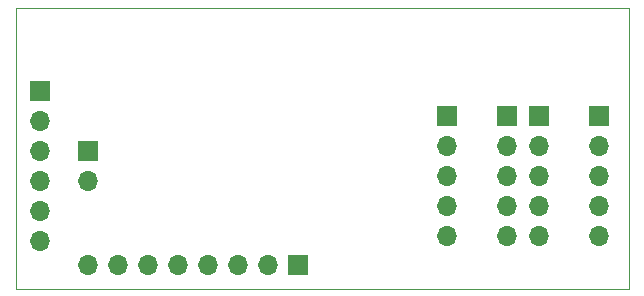
<source format=gbr>
G04 #@! TF.GenerationSoftware,KiCad,Pcbnew,5.1.10-88a1d61d58~88~ubuntu20.04.1*
G04 #@! TF.CreationDate,2021-05-20T13:29:31-04:00*
G04 #@! TF.ProjectId,hexdisplay8,68657864-6973-4706-9c61-79382e6b6963,rev?*
G04 #@! TF.SameCoordinates,Original*
G04 #@! TF.FileFunction,Soldermask,Bot*
G04 #@! TF.FilePolarity,Negative*
%FSLAX46Y46*%
G04 Gerber Fmt 4.6, Leading zero omitted, Abs format (unit mm)*
G04 Created by KiCad (PCBNEW 5.1.10-88a1d61d58~88~ubuntu20.04.1) date 2021-05-20 13:29:31*
%MOMM*%
%LPD*%
G01*
G04 APERTURE LIST*
G04 #@! TA.AperFunction,Profile*
%ADD10C,0.050000*%
G04 #@! TD*
%ADD11R,1.700000X1.700000*%
%ADD12O,1.700000X1.700000*%
G04 APERTURE END LIST*
D10*
X188000000Y-122000000D02*
X136100000Y-122000000D01*
X188000000Y-98200000D02*
X136400000Y-98200000D01*
X188000000Y-122000000D02*
X188000000Y-98200000D01*
X136100000Y-98200000D02*
X136100000Y-122000000D01*
X136400000Y-98200000D02*
X136100000Y-98200000D01*
D11*
G04 #@! TO.C,J3*
X142220000Y-110360000D03*
D12*
X142220000Y-112900000D03*
G04 #@! TD*
D11*
G04 #@! TO.C,J4*
X160000000Y-120000000D03*
D12*
X157460000Y-120000000D03*
X154920000Y-120000000D03*
X152380000Y-120000000D03*
X149840000Y-120000000D03*
X147300000Y-120000000D03*
X144760000Y-120000000D03*
X142220000Y-120000000D03*
G04 #@! TD*
D11*
G04 #@! TO.C,J5*
X138200000Y-105280000D03*
D12*
X138200000Y-107820000D03*
X138200000Y-110360000D03*
X138200000Y-112900000D03*
X138200000Y-115440000D03*
X138200000Y-117980000D03*
G04 #@! TD*
D11*
G04 #@! TO.C,J11*
X172600000Y-107400000D03*
D12*
X172600000Y-109940000D03*
X172600000Y-112480000D03*
X172600000Y-115020000D03*
X172600000Y-117560000D03*
G04 #@! TD*
G04 #@! TO.C,J12*
X177680000Y-117560000D03*
X177680000Y-115020000D03*
X177680000Y-112480000D03*
X177680000Y-109940000D03*
D11*
X177680000Y-107400000D03*
G04 #@! TD*
G04 #@! TO.C,J21*
X180400000Y-107400000D03*
D12*
X180400000Y-109940000D03*
X180400000Y-112480000D03*
X180400000Y-115020000D03*
X180400000Y-117560000D03*
G04 #@! TD*
G04 #@! TO.C,J22*
X185480000Y-117560000D03*
X185480000Y-115020000D03*
X185480000Y-112480000D03*
X185480000Y-109940000D03*
D11*
X185480000Y-107400000D03*
G04 #@! TD*
M02*

</source>
